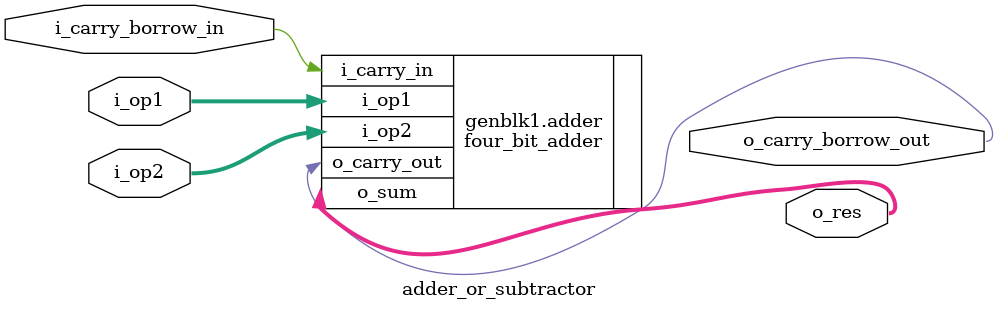
<source format=v>
`timescale 1 ns /1 ps
`include "task2.1.v"
`include "task2.3.v"

module adder_or_subtractor(i_op1, i_op2, i_carry_borrow_in, o_res, o_carry_borrow_out);

	parameter mode = 1;

	input	[3:0]	i_op1, i_op2;
	input 			i_carry_borrow_in;
	output	[3:0] 	o_res;
	output			o_carry_borrow_out;


	generate
		if(mode==1) 
			four_bit_adder adder (.i_op1(i_op1),
								  .i_op2(i_op2), 
								  .i_carry_in(i_carry_borrow_in),
								  .o_sum(o_res), 
								  .o_carry_out(o_carry_borrow_out)
								  );
		else if(mode==0)
			four_bit_subtractor subtractor (.i_op1(i_op1),
										    .i_op2(i_op2), 
										    .i_borrow_in(i_carry_borrow_in),
										    .o_subtract(o_res), 
										    .o_borrow_out(o_carry_borrow_out)
										   );
		else begin
			initial begin
				$display("There are no defined macros");
				$finish;
			end
		end
	endgenerate
endmodule // adder_or_subtractor



</source>
